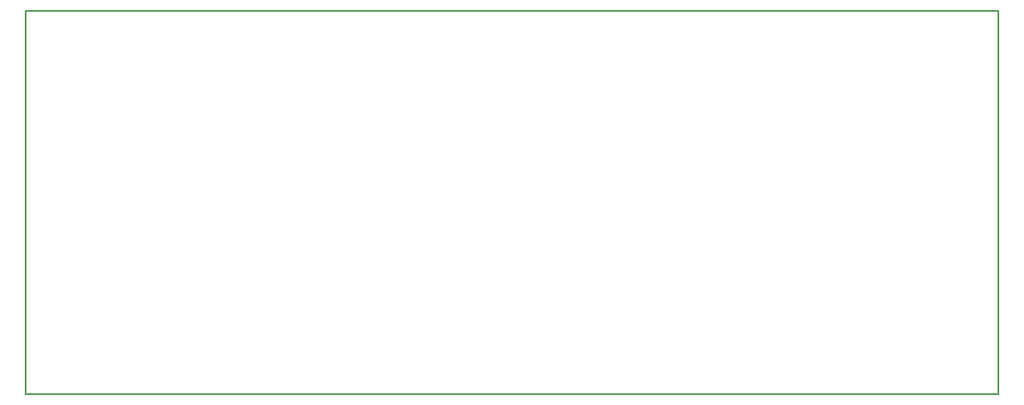
<source format=gm1>
G04 MADE WITH FRITZING*
G04 WWW.FRITZING.ORG*
G04 DOUBLE SIDED*
G04 HOLES PLATED*
G04 CONTOUR ON CENTER OF CONTOUR VECTOR*
%ASAXBY*%
%FSLAX23Y23*%
%MOIN*%
%OFA0B0*%
%SFA1.0B1.0*%
%ADD10R,4.181100X1.652560*%
%ADD11C,0.008000*%
%ADD10C,0.008*%
%LNCONTOUR*%
G90*
G70*
G54D10*
G54D11*
X4Y1649D02*
X4177Y1649D01*
X4177Y4D01*
X4Y4D01*
X4Y1649D01*
D02*
G04 End of contour*
M02*
</source>
